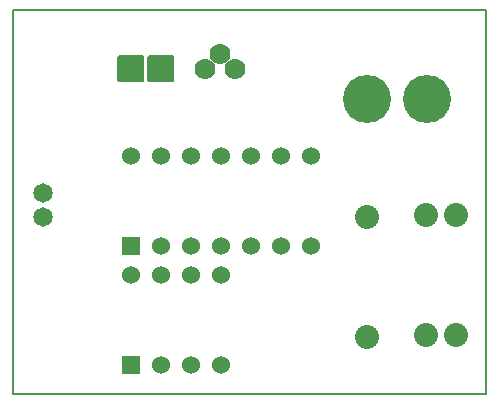
<source format=gbr>
G04 PROTEUS GERBER X2 FILE*
%TF.GenerationSoftware,Labcenter,Proteus,8.6-SP2-Build23525*%
%TF.CreationDate,2021-09-08T15:11:20+00:00*%
%TF.FileFunction,Soldermask,Bot*%
%TF.FilePolarity,Negative*%
%TF.Part,Single*%
%FSLAX45Y45*%
%MOMM*%
G01*
%TA.AperFunction,Material*%
%ADD23C,1.651000*%
%AMPPAD016*
4,1,36,
-1.016000,1.143000,
1.016000,1.143000,
1.041970,1.140470,
1.065980,1.133200,
1.087580,1.121650,
1.106290,1.106290,
1.121650,1.087570,
1.133200,1.065980,
1.140470,1.041970,
1.143000,1.016000,
1.143000,-1.016000,
1.140470,-1.041970,
1.133200,-1.065980,
1.121650,-1.087570,
1.106290,-1.106290,
1.087580,-1.121650,
1.065980,-1.133200,
1.041970,-1.140470,
1.016000,-1.143000,
-1.016000,-1.143000,
-1.041970,-1.140470,
-1.065980,-1.133200,
-1.087580,-1.121650,
-1.106290,-1.106290,
-1.121650,-1.087570,
-1.133200,-1.065980,
-1.140470,-1.041970,
-1.143000,-1.016000,
-1.143000,1.016000,
-1.140470,1.041970,
-1.133200,1.065980,
-1.121650,1.087570,
-1.106290,1.106290,
-1.087580,1.121650,
-1.065980,1.133200,
-1.041970,1.140470,
-1.016000,1.143000,
0*%
%ADD24PPAD016*%
%TA.AperFunction,Material*%
%ADD25C,1.778000*%
%AMPPAD018*
4,1,36,
-0.635000,0.762000,
0.635000,0.762000,
0.660970,0.759470,
0.684980,0.752200,
0.706580,0.740650,
0.725290,0.725290,
0.740650,0.706570,
0.752200,0.684980,
0.759470,0.660970,
0.762000,0.635000,
0.762000,-0.635000,
0.759470,-0.660970,
0.752200,-0.684980,
0.740650,-0.706570,
0.725290,-0.725290,
0.706580,-0.740650,
0.684980,-0.752200,
0.660970,-0.759470,
0.635000,-0.762000,
-0.635000,-0.762000,
-0.660970,-0.759470,
-0.684980,-0.752200,
-0.706580,-0.740650,
-0.725290,-0.725290,
-0.740650,-0.706570,
-0.752200,-0.684980,
-0.759470,-0.660970,
-0.762000,-0.635000,
-0.762000,0.635000,
-0.759470,0.660970,
-0.752200,0.684980,
-0.740650,0.706570,
-0.725290,0.725290,
-0.706580,0.740650,
-0.684980,0.752200,
-0.660970,0.759470,
-0.635000,0.762000,
0*%
%TA.AperFunction,Material*%
%ADD26PPAD018*%
%ADD27C,1.524000*%
%TA.AperFunction,Material*%
%ADD28C,4.064000*%
%ADD29C,2.032000*%
%TA.AperFunction,Profile*%
%ADD19C,0.203200*%
%TD.AperFunction*%
D23*
X+250000Y+2200000D03*
X+250000Y+2000000D03*
D24*
X+1000000Y+3250000D03*
X+1254000Y+3250000D03*
D25*
X+1623000Y+3250000D03*
X+1750000Y+3377000D03*
X+1877000Y+3250000D03*
D26*
X+1000000Y+750000D03*
D27*
X+1254000Y+750000D03*
X+1508000Y+750000D03*
X+1762000Y+750000D03*
X+1762000Y+1512000D03*
X+1508000Y+1512000D03*
X+1254000Y+1512000D03*
X+1000000Y+1512000D03*
D26*
X+1000000Y+1750000D03*
D27*
X+1254000Y+1750000D03*
X+1508000Y+1750000D03*
X+1762000Y+1750000D03*
X+2016000Y+1750000D03*
X+2270000Y+1750000D03*
X+2524000Y+1750000D03*
X+2524000Y+2512000D03*
X+2270000Y+2512000D03*
X+2016000Y+2512000D03*
X+1762000Y+2512000D03*
X+1508000Y+2512000D03*
X+1254000Y+2512000D03*
X+1000000Y+2512000D03*
D28*
X+3000000Y+3000000D03*
X+3508000Y+3000000D03*
D29*
X+3000000Y+2000000D03*
X+3000000Y+984000D03*
X+3500000Y+1000000D03*
X+3500000Y+2016000D03*
X+3750000Y+1000000D03*
X+3750000Y+2016000D03*
D19*
X+0Y+500000D02*
X+4000000Y+500000D01*
X+4000000Y+3750000D01*
X+0Y+3750000D01*
X+0Y+500000D01*
M02*

</source>
